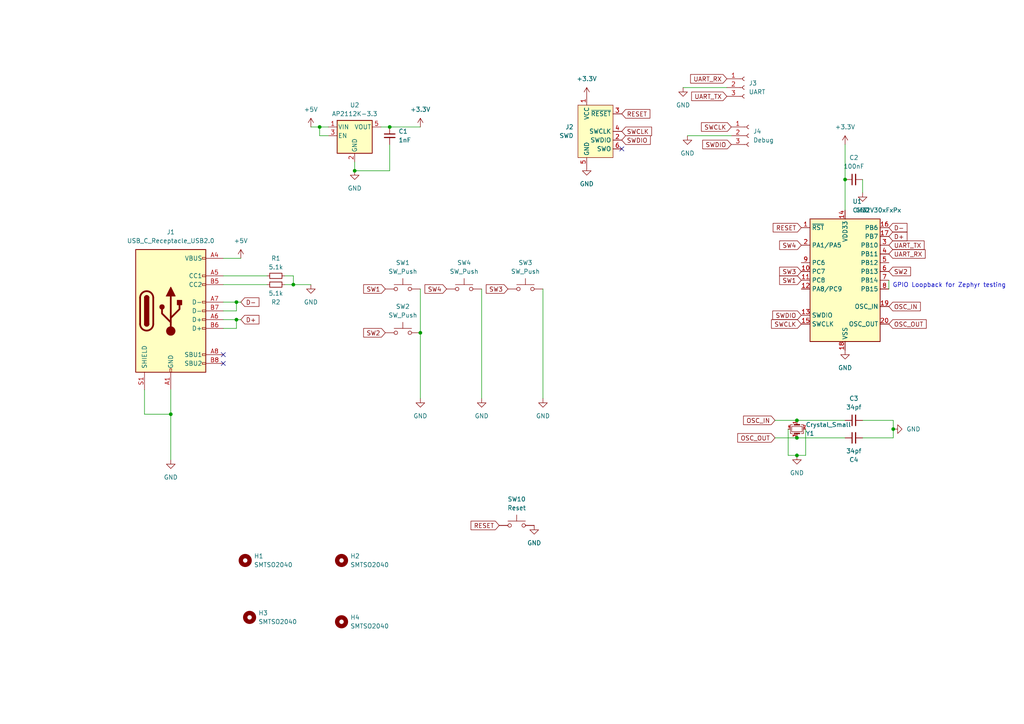
<source format=kicad_sch>
(kicad_sch (version 20250114) (generator "eeschema") (generator_version "9.0")
  (paper "A4")
  (lib_symbols
    (symbol "Connector:Conn_01x03_Socket" (pin_names (offset 1.016) (hide yes))
      (property "Reference" "J" (at 0 5.08 0))
      (property "Value" "Conn_01x03_Socket" (at 0 -5.08 0))
      (symbol "Conn_01x03_Socket_1_1"
        (polyline (pts (xy -1.27 2.54) (xy -0.508 2.54)) (stroke (width 0.1524)))
        (polyline (pts (xy -1.27 0) (xy -0.508 0)) (stroke (width 0.1524)))
        (polyline (pts (xy -1.27 -2.54) (xy -0.508 -2.54)) (stroke (width 0.1524)))
        (arc (start 0 2.032) (mid -0.5058 2.54) (end 0 3.048) (stroke (width 0.1524)))
        (arc (start 0 -0.508) (mid -0.5058 0) (end 0 0.508) (stroke (width 0.1524)))
        (arc (start 0 -3.048) (mid -0.5058 -2.54) (end 0 -2.032) (stroke (width 0.1524)))
        (pin passive line (at -5.08 2.54 0) (length 3.81) (name "Pin_1") (number "1"))
        (pin passive line (at -5.08 0 0) (length 3.81) (name "Pin_2") (number "2"))
        (pin passive line (at -5.08 -2.54 0) (length 3.81) (name "Pin_3") (number "3"))
      )
    )
    (symbol "Connector:Conn_ARM_SWD_TagConnect_TC2030-NL" (in_bom no)
      (property "Reference" "J" (at 2.54 11.43 0))
      (property "Value" "Conn_ARM_SWD_TagConnect_TC2030-NL" (at 2.54 8.89 0))
      (symbol "Conn_ARM_SWD_TagConnect_TC2030-NL_0_0"
        (pin power_in line (at -2.54 10.16 270) (length 2.54) (name "VCC") (number "1"))
        (pin power_in line (at -2.54 -10.16 90) (length 2.54) (name "GND") (number "5"))
        (pin open_collector line (at 7.62 5.08 180) (length 2.54) (name "~{RESET}") (number "3"))
        (pin output line (at 7.62 0 180) (length 2.54) (name "SWCLK") (number "4"))
        (pin bidirectional line (at 7.62 -2.54 180) (length 2.54) (name "SWDIO") (number "2"))
        (pin input line (at 7.62 -5.08 180) (length 2.54) (name "SWO") (number "6"))
      )
      (symbol "Conn_ARM_SWD_TagConnect_TC2030-NL_0_1"
        (rectangle (start -5.08 7.62) (end 5.08 -7.62) (fill (type background)))
      )
    )
    (symbol "Connector:USB_C_Receptacle_USB2.0" (pin_names (offset 1.016))
      (property "Reference" "J" (at -10.16 19.05 0))
      (property "Value" "USB_C_Receptacle_USB2.0" (at 19.05 19.05 0))
      (symbol "USB_C_Receptacle_USB2.0_0_0"
        (rectangle (start -0.254 -17.78) (end 0.254 -16.764))
        (rectangle (start 10.16 15.494) (end 9.144 14.986))
        (rectangle (start 10.16 10.414) (end 9.144 9.906))
        (rectangle (start 10.16 7.874) (end 9.144 7.366))
        (rectangle (start 10.16 2.794) (end 9.144 2.286))
        (rectangle (start 10.16 0.254) (end 9.144 -0.254))
        (rectangle (start 10.16 -2.286) (end 9.144 -2.794))
        (rectangle (start 10.16 -4.826) (end 9.144 -5.334))
        (rectangle (start 10.16 -12.446) (end 9.144 -12.954))
        (rectangle (start 10.16 -14.986) (end 9.144 -15.494))
      )
      (symbol "USB_C_Receptacle_USB2.0_0_1"
        (rectangle (start -10.16 17.78) (end 10.16 -17.78) (stroke (width 0.254)) (fill (type background)))
        (polyline (pts (xy -8.89 -3.81) (xy -8.89 3.81)) (stroke (width 0.508)))
        (rectangle (start -7.62 -3.81) (end -6.35 3.81) (stroke (width 0.254)) (fill (type outline)))
        (arc (start -7.62 3.81) (mid -6.985 4.4423) (end -6.35 3.81) (stroke (width 0.254)))
        (arc (start -7.62 3.81) (mid -6.985 4.4423) (end -6.35 3.81) (stroke (width 0.254)) (fill (type outline)))
        (arc (start -8.89 3.81) (mid -6.985 5.7067) (end -5.08 3.81) (stroke (width 0.508)))
        (arc (start -5.08 -3.81) (mid -6.985 -5.7067) (end -8.89 -3.81) (stroke (width 0.508)))
        (arc (start -6.35 -3.81) (mid -6.985 -4.4423) (end -7.62 -3.81) (stroke (width 0.254)))
        (arc (start -6.35 -3.81) (mid -6.985 -4.4423) (end -7.62 -3.81) (stroke (width 0.254)) (fill (type outline)))
        (polyline (pts (xy -5.08 3.81) (xy -5.08 -3.81)) (stroke (width 0.508)))
        (circle (center -2.54 1.143) (radius 0.635) (stroke (width 0.254)) (fill (type outline)))
        (polyline (pts (xy -1.27 4.318) (xy 0 6.858) (xy 1.27 4.318) (xy -1.27 4.318)) (stroke (width 0.254)) (fill (type outline)))
        (polyline (pts (xy 0 -2.032) (xy 2.54 0.508) (xy 2.54 1.778)) (stroke (width 0.508)))
        (polyline (pts (xy 0 -3.302) (xy -2.54 -0.762) (xy -2.54 0.508)) (stroke (width 0.508)))
        (polyline (pts (xy 0 -5.842) (xy 0 4.318)) (stroke (width 0.508)))
        (circle (center 0 -5.842) (radius 1.27) (fill (type outline)))
        (rectangle (start 1.905 1.778) (end 3.175 3.048) (stroke (width 0.254)) (fill (type outline)))
      )
      (symbol "USB_C_Receptacle_USB2.0_1_1"
        (pin passive line (at -7.62 -22.86 90) (length 5.08) (name "SHIELD") (number "S1"))
        (pin passive line (at 0 -22.86 90) (length 5.08) (name "GND") (number "A1"))
        (pin passive line (at 0 -22.86 90) (length 5.08) (hide yes) (name "GND") (number "A12"))
        (pin passive line (at 0 -22.86 90) (length 5.08) (hide yes) (name "GND") (number "B1"))
        (pin passive line (at 0 -22.86 90) (length 5.08) (hide yes) (name "GND") (number "B12"))
        (pin passive line (at 15.24 15.24 180) (length 5.08) (name "VBUS") (number "A4"))
        (pin passive line (at 15.24 15.24 180) (length 5.08) (hide yes) (name "VBUS") (number "A9"))
        (pin passive line (at 15.24 15.24 180) (length 5.08) (hide yes) (name "VBUS") (number "B4"))
        (pin passive line (at 15.24 15.24 180) (length 5.08) (hide yes) (name "VBUS") (number "B9"))
        (pin bidirectional line (at 15.24 10.16 180) (length 5.08) (name "CC1") (number "A5"))
        (pin bidirectional line (at 15.24 7.62 180) (length 5.08) (name "CC2") (number "B5"))
        (pin bidirectional line (at 15.24 2.54 180) (length 5.08) (name "D-") (number "A7"))
        (pin bidirectional line (at 15.24 0 180) (length 5.08) (name "D-") (number "B7"))
        (pin bidirectional line (at 15.24 -2.54 180) (length 5.08) (name "D+") (number "A6"))
        (pin bidirectional line (at 15.24 -5.08 180) (length 5.08) (name "D+") (number "B6"))
        (pin bidirectional line (at 15.24 -12.7 180) (length 5.08) (name "SBU1") (number "A8"))
        (pin bidirectional line (at 15.24 -15.24 180) (length 5.08) (name "SBU2") (number "B8"))
      )
    )
    (symbol "Device:C_Small" (pin_numbers (hide yes)) (pin_names (offset 0.254) (hide yes))
      (property "Reference" "C" (at 0.254 1.778 0))
      (property "Value" "C_Small" (at 0.254 -2.032 0))
      (symbol "C_Small_0_1"
        (polyline (pts (xy -1.524 0.508) (xy 1.524 0.508)) (stroke (width 0.3048)))
        (polyline (pts (xy -1.524 -0.508) (xy 1.524 -0.508)) (stroke (width 0.3302)))
      )
      (symbol "C_Small_1_1"
        (pin passive line (at 0 2.54 270) (length 2.032) (name "~") (number "1"))
        (pin passive line (at 0 -2.54 90) (length 2.032) (name "~") (number "2"))
      )
    )
    (symbol "Device:Crystal_GND24_Small" (pin_names (offset 1.016) (hide yes))
      (property "Reference" "Y" (at 1.27 4.445 0))
      (property "Value" "Crystal_GND24_Small" (at 1.27 2.54 0))
      (symbol "Crystal_GND24_Small_0_1"
        (polyline (pts (xy -1.27 1.27) (xy -1.27 1.905) (xy 1.27 1.905) (xy 1.27 1.27)))
        (polyline (pts (xy -1.27 -0.762) (xy -1.27 0.762)) (stroke (width 0.381)))
        (polyline (pts (xy -1.27 -1.27) (xy -1.27 -1.905) (xy 1.27 -1.905) (xy 1.27 -1.27)))
        (rectangle (start -0.762 -1.524) (end 0.762 1.524))
        (polyline (pts (xy 1.27 -0.762) (xy 1.27 0.762)) (stroke (width 0.381)))
      )
      (symbol "Crystal_GND24_Small_1_1"
        (pin passive line (at -2.54 0 0) (length 1.27) (name "1") (number "1"))
        (pin passive line (at 0 2.54 270) (length 0.635) (name "4") (number "4"))
        (pin passive line (at 0 -2.54 90) (length 0.635) (name "2") (number "2"))
        (pin passive line (at 2.54 0 180) (length 1.27) (name "3") (number "3"))
      )
    )
    (symbol "Device:R_Small" (pin_numbers (hide yes)) (pin_names (offset 0.254) (hide yes))
      (property "Reference" "R" (at 0.762 0.508 0))
      (property "Value" "R_Small" (at 0.762 -1.016 0))
      (symbol "R_Small_0_1"
        (rectangle (start -0.762 1.778) (end 0.762 -1.778) (stroke (width 0.2032)))
      )
      (symbol "R_Small_1_1"
        (pin passive line (at 0 2.54 270) (length 0.762) (name "~") (number "1"))
        (pin passive line (at 0 -2.54 90) (length 0.762) (name "~") (number "2"))
      )
    )
    (symbol "GND_1" (power) (pin_numbers (hide yes)) (pin_names (offset 0) (hide yes))
      (property "Value" "GND" (at 0 -3.81 0))
      (symbol "GND_1_0_1"
        (polyline (pts (xy 0 0) (xy 0 -1.27) (xy 1.27 -1.27) (xy 0 -2.54) (xy -1.27 -1.27) (xy 0 -1.27)))
      )
      (symbol "GND_1_1_1"
        (pin power_in line (at 0 0 270) (length 0) (name "~") (number "1"))
      )
    )
    (symbol "GND_2" (power) (pin_numbers (hide yes)) (pin_names (offset 0) (hide yes))
      (property "Value" "GND" (at 0 -3.81 0))
      (symbol "GND_2_0_1"
        (polyline (pts (xy 0 0) (xy 0 -1.27) (xy 1.27 -1.27) (xy 0 -2.54) (xy -1.27 -1.27) (xy 0 -1.27)))
      )
      (symbol "GND_2_1_1"
        (pin power_in line (at 0 0 270) (length 0) (name "~") (number "1"))
      )
    )
    (symbol "MCU_WCH_CH32V3:CH32V30xFxPx"
      (property "Reference" "U" (at -10.16 20.32 0))
      (property "Value" "CH32V30xFxPx" (at 2.54 20.32 0))
      (symbol "CH32V30xFxPx_1_1"
        (rectangle (start -10.16 17.78) (end 10.16 -17.78) (stroke (width 0.254)) (fill (type background)))
        (pin input line (at -12.7 15.24 0) (length 2.54) (name "~{RST}") (number "1"))
        (pin bidirectional line (at -12.7 10.16 0) (length 2.54) (name "PA1/PA5") (number "2"))
        (pin bidirectional line (at -12.7 5.08 0) (length 2.54) (name "PC6") (number "9"))
        (pin bidirectional line (at -12.7 2.54 0) (length 2.54) (name "PC7") (number "10"))
        (pin bidirectional line (at -12.7 0 0) (length 2.54) (name "PC8") (number "11"))
        (pin bidirectional line (at -12.7 -2.54 0) (length 2.54) (name "PA8/PC9") (number "12"))
        (pin bidirectional line (at -12.7 -10.16 0) (length 2.54) (name "SWDIO") (number "13"))
        (pin bidirectional line (at -12.7 -12.7 0) (length 2.54) (name "SWCLK") (number "15"))
        (pin power_in line (at 0 20.32 270) (length 2.54) (name "VDD33") (number "14"))
        (pin power_in line (at 0 -20.32 90) (length 2.54) (name "VSS") (number "18"))
        (pin bidirectional line (at 12.7 15.24 180) (length 2.54) (name "PB6") (number "16"))
        (pin bidirectional line (at 12.7 12.7 180) (length 2.54) (name "PB7") (number "17"))
        (pin bidirectional line (at 12.7 10.16 180) (length 2.54) (name "PB10") (number "3"))
        (pin bidirectional line (at 12.7 7.62 180) (length 2.54) (name "PB11") (number "4"))
        (pin bidirectional line (at 12.7 5.08 180) (length 2.54) (name "PB12") (number "5"))
        (pin bidirectional line (at 12.7 2.54 180) (length 2.54) (name "PB13") (number "6"))
        (pin bidirectional line (at 12.7 0 180) (length 2.54) (name "PB14") (number "7"))
        (pin bidirectional line (at 12.7 -2.54 180) (length 2.54) (name "PB15") (number "8"))
        (pin bidirectional line (at 12.7 -7.62 180) (length 2.54) (name "OSC_IN") (number "19"))
        (pin bidirectional line (at 12.7 -12.7 180) (length 2.54) (name "OSC_OUT") (number "20"))
      )
    )
    (symbol "Mechanical:MountingHole" (pin_names (offset 1.016))
      (property "Reference" "H" (at 0 5.08 0))
      (property "Value" "MountingHole" (at 0 3.175 0))
      (symbol "MountingHole_0_1"
        (circle (center 0 0) (radius 1.27) (stroke (width 1.27)))
      )
    )
    (symbol "Regulator_Linear:AP2112K-3.3" (pin_names (offset 0.254))
      (property "Reference" "U" (at -5.08 5.715 0))
      (property "Value" "AP2112K-3.3" (at 0 5.715 0))
      (symbol "AP2112K-3.3_0_1"
        (rectangle (start -5.08 4.445) (end 5.08 -5.08) (stroke (width 0.254)) (fill (type background)))
      )
      (symbol "AP2112K-3.3_1_1"
        (pin power_in line (at -7.62 2.54 0) (length 2.54) (name "VIN") (number "1"))
        (pin input line (at -7.62 0 0) (length 2.54) (name "EN") (number "3"))
        (pin power_in line (at 0 -7.62 90) (length 2.54) (name "GND") (number "2"))
        (pin no_connect line (at 5.08 0 180) (length 2.54) (hide yes) (name "NC") (number "4"))
        (pin power_out line (at 7.62 2.54 180) (length 2.54) (name "VOUT") (number "5"))
      )
    )
    (symbol "Switch:SW_Push" (pin_numbers (hide yes)) (pin_names (offset 1.016) (hide yes))
      (property "Reference" "SW" (at 1.27 2.54 0))
      (property "Value" "SW_Push" (at 0 -1.524 0))
      (symbol "SW_Push_0_1"
        (circle (center -2.032 0) (radius 0.508))
        (polyline (pts (xy 0 1.27) (xy 0 3.048)))
        (circle (center 2.032 0) (radius 0.508))
        (polyline (pts (xy 2.54 1.27) (xy -2.54 1.27)))
        (pin passive line (at -5.08 0 0) (length 2.54) (name "1") (number "1"))
        (pin passive line (at 5.08 0 180) (length 2.54) (name "2") (number "2"))
      )
    )
    (symbol "power:+3.3V" (power) (pin_names (offset 0))
      (property "Value" "+3.3V" (at 0 3.556 0))
      (symbol "+3.3V_0_1"
        (polyline (pts (xy -0.762 1.27) (xy 0 2.54)))
        (polyline (pts (xy 0 2.54) (xy 0.762 1.27)))
        (polyline (pts (xy 0 0) (xy 0 2.54)))
      )
      (symbol "+3.3V_1_1"
        (pin power_in line (at 0 0 90) (length 0) (hide yes) (name "+3.3V") (number "1"))
      )
    )
    (symbol "power:+5V" (power) (pin_names (offset 0))
      (property "Value" "+5V" (at 0 3.556 0))
      (symbol "+5V_0_1"
        (polyline (pts (xy -0.762 1.27) (xy 0 2.54)))
        (polyline (pts (xy 0 2.54) (xy 0.762 1.27)))
        (polyline (pts (xy 0 0) (xy 0 2.54)))
      )
      (symbol "+5V_1_1"
        (pin power_in line (at 0 0 90) (length 0) (hide yes) (name "+5V") (number "1"))
      )
    )
    (symbol "power:GND" (power) (pin_names (offset 0))
      (property "Value" "GND" (at 0 -3.81 0))
      (symbol "GND_0_1"
        (polyline (pts (xy 0 0) (xy 0 -1.27) (xy 1.27 -1.27) (xy 0 -2.54) (xy -1.27 -1.27) (xy 0 -1.27)))
      )
      (symbol "GND_1_1"
        (pin power_in line (at 0 0 270) (length 0) (hide yes) (name "GND") (number "1"))
      )
    )
  )
  (text "GPIO Loopback for Zephyr testing" (at 275.336 82.804 0) (effects (font (size 1.27 1.27))))
  (junction (at 231.14 121.92))
  (junction (at 92.71 36.83))
  (junction (at 259.08 124.46))
  (junction (at 113.03 36.83))
  (junction (at 245.11 52.07))
  (junction (at 121.92 96.52))
  (junction (at 68.58 87.63))
  (junction (at 68.58 92.71))
  (junction (at 231.14 127))
  (junction (at 85.09 82.55))
  (junction (at 231.14 132.08))
  (junction (at 102.87 49.53))
  (junction (at 49.53 120.142))
  (no_connect (at 64.77 102.87))
  (no_connect (at 180.34 43.18))
  (no_connect (at 64.77 105.41))
  (wire (pts (xy 113.03 49.53) (xy 113.03 41.91)))
  (wire (pts (xy 231.14 121.92) (xy 245.11 121.92)))
  (wire (pts (xy 224.79 121.92) (xy 231.14 121.92)))
  (wire (pts (xy 64.77 80.01) (xy 77.47 80.01)))
  (wire (pts (xy 68.58 87.63) (xy 69.85 87.63)))
  (wire (pts (xy 49.53 113.03) (xy 49.53 120.142)))
  (wire (pts (xy 245.11 41.91) (xy 245.11 52.07)))
  (wire (pts (xy 139.7 83.82) (xy 139.7 115.57)))
  (wire (pts (xy 49.53 120.142) (xy 49.53 133.35)))
  (wire (pts (xy 113.03 36.83) (xy 121.92 36.83)))
  (wire (pts (xy 85.09 82.55) (xy 90.17 82.55)))
  (wire (pts (xy 92.71 36.83) (xy 95.25 36.83)))
  (wire (pts (xy 64.77 92.71) (xy 68.58 92.71)))
  (wire (pts (xy 250.19 121.92) (xy 259.08 121.92)))
  (wire (pts (xy 92.71 39.37) (xy 92.71 36.83)))
  (wire (pts (xy 64.77 87.63) (xy 68.58 87.63)))
  (wire (pts (xy 64.77 82.55) (xy 77.47 82.55)))
  (wire (pts (xy 82.55 80.01) (xy 85.09 80.01)))
  (wire (pts (xy 224.79 127) (xy 231.14 127)))
  (wire (pts (xy 250.19 52.07) (xy 250.19 55.88)))
  (wire (pts (xy 41.91 113.03) (xy 41.91 120.142)))
  (wire (pts (xy 121.92 83.82) (xy 121.92 96.52)))
  (wire (pts (xy 199.39 39.37) (xy 212.09 39.37)))
  (wire (pts (xy 157.48 83.82) (xy 157.48 115.57)))
  (wire (pts (xy 110.49 36.83) (xy 113.03 36.83)))
  (wire (pts (xy 64.77 90.17) (xy 68.58 90.17)))
  (wire (pts (xy 90.17 36.83) (xy 92.71 36.83)))
  (wire (pts (xy 259.08 124.46) (xy 259.08 127)))
  (wire (pts (xy 257.81 81.28) (xy 257.81 83.82)))
  (wire (pts (xy 64.77 95.25) (xy 68.58 95.25)))
  (wire (pts (xy 228.6 132.08) (xy 231.14 132.08)))
  (wire (pts (xy 259.08 121.92) (xy 259.08 124.46)))
  (wire (pts (xy 64.77 74.93) (xy 69.85 74.93)))
  (wire (pts (xy 233.68 132.08) (xy 231.14 132.08)))
  (wire (pts (xy 250.19 127) (xy 259.08 127)))
  (wire (pts (xy 245.11 52.07) (xy 245.11 60.96)))
  (wire (pts (xy 121.92 96.52) (xy 121.92 115.57)))
  (wire (pts (xy 85.09 80.01) (xy 85.09 82.55)))
  (wire (pts (xy 102.87 46.99) (xy 102.87 49.53)))
  (wire (pts (xy 198.12 25.4) (xy 210.82 25.4)))
  (wire (pts (xy 233.68 124.46) (xy 233.68 132.08)))
  (wire (pts (xy 228.6 124.46) (xy 228.6 132.08)))
  (wire (pts (xy 82.55 82.55) (xy 85.09 82.55)))
  (wire (pts (xy 231.14 127) (xy 245.11 127)))
  (wire (pts (xy 41.91 120.142) (xy 49.53 120.142)))
  (wire (pts (xy 68.58 95.25) (xy 68.58 92.71)))
  (wire (pts (xy 95.25 39.37) (xy 92.71 39.37)))
  (wire (pts (xy 68.58 92.71) (xy 69.85 92.71)))
  (wire (pts (xy 102.87 49.53) (xy 113.03 49.53)))
  (wire (pts (xy 68.58 90.17) (xy 68.58 87.63)))
  (global_label "SW3" (shape input) (at 232.41 78.74 180) (property "Intersheetrefs" "${INTERSHEET_REFS}" (effects (hide yes))))
  (global_label "SW1" (shape input) (at 111.76 83.82 180) (property "Intersheetrefs" "${INTERSHEET_REFS}" (effects (hide yes))))
  (global_label "D+" (shape input) (at 69.85 92.71 0) (property "Intersheetrefs" "${INTERSHEET_REFS}" (effects (hide yes))))
  (global_label "RESET" (shape input) (at 180.34 33.02 0) (property "Intersheetrefs" "${INTERSHEET_REFS}" (effects (hide yes))))
  (global_label "SWDIO" (shape input) (at 180.34 40.64 0) (property "Intersheetrefs" "${INTERSHEET_REFS}" (effects (hide yes))))
  (global_label "SWCLK" (shape input) (at 212.09 36.83 180) (property "Intersheetrefs" "${INTERSHEET_REFS}" (effects (hide yes))))
  (global_label "D-" (shape input) (at 257.81 66.04 0) (property "Intersheetrefs" "${INTERSHEET_REFS}" (effects (hide yes))))
  (global_label "SW2" (shape input) (at 111.76 96.52 180) (property "Intersheetrefs" "${INTERSHEET_REFS}" (effects (hide yes))))
  (global_label "SWCLK" (shape input) (at 180.34 38.1 0) (property "Intersheetrefs" "${INTERSHEET_REFS}" (effects (hide yes))))
  (global_label "UART_RX" (shape input) (at 210.82 22.86 180) (property "Intersheetrefs" "${INTERSHEET_REFS}" (effects (hide yes))))
  (global_label "RESET" (shape input) (at 232.41 66.04 180) (property "Intersheetrefs" "${INTERSHEET_REFS}" (effects (hide yes))))
  (global_label "SW3" (shape input) (at 147.32 83.82 180) (property "Intersheetrefs" "${INTERSHEET_REFS}" (effects (hide yes))))
  (global_label "UART_TX" (shape input) (at 210.82 27.94 180) (property "Intersheetrefs" "${INTERSHEET_REFS}" (effects (hide yes))))
  (global_label "SWDIO" (shape input) (at 212.09 41.91 180) (property "Intersheetrefs" "${INTERSHEET_REFS}" (effects (hide yes))))
  (global_label "SWDIO" (shape input) (at 232.41 91.44 180) (property "Intersheetrefs" "${INTERSHEET_REFS}" (effects (hide yes))))
  (global_label "SW1" (shape input) (at 232.41 81.28 180) (property "Intersheetrefs" "${INTERSHEET_REFS}" (effects (hide yes))))
  (global_label "UART_TX" (shape input) (at 257.81 71.12 0) (property "Intersheetrefs" "${INTERSHEET_REFS}" (effects (hide yes))))
  (global_label "UART_RX" (shape input) (at 257.81 73.66 0) (property "Intersheetrefs" "${INTERSHEET_REFS}" (effects (hide yes))))
  (global_label "OSC_OUT" (shape input) (at 257.81 93.98 0) (property "Intersheetrefs" "${INTERSHEET_REFS}" (effects (hide yes))))
  (global_label "SW4" (shape input) (at 232.41 71.12 180) (property "Intersheetrefs" "${INTERSHEET_REFS}" (effects (hide yes))))
  (global_label "D+" (shape input) (at 257.81 68.58 0) (property "Intersheetrefs" "${INTERSHEET_REFS}" (effects (hide yes))))
  (global_label "OSC_OUT" (shape input) (at 224.79 127 180) (property "Intersheetrefs" "${INTERSHEET_REFS}" (effects (hide yes))))
  (global_label "OSC_IN" (shape input) (at 257.81 88.9 0) (property "Intersheetrefs" "${INTERSHEET_REFS}" (effects (hide yes))))
  (global_label "RESET" (shape input) (at 144.78 152.4 180) (property "Intersheetrefs" "${INTERSHEET_REFS}" (effects (hide yes))))
  (global_label "SW4" (shape input) (at 129.54 83.82 180) (property "Intersheetrefs" "${INTERSHEET_REFS}" (effects (hide yes))))
  (global_label "SW2" (shape input) (at 257.81 78.74 0) (property "Intersheetrefs" "${INTERSHEET_REFS}" (effects (hide yes))))
  (global_label "OSC_IN" (shape input) (at 224.79 121.92 180) (property "Intersheetrefs" "${INTERSHEET_REFS}" (effects (hide yes))))
  (global_label "SWCLK" (shape input) (at 232.41 93.98 180) (property "Intersheetrefs" "${INTERSHEET_REFS}" (effects (hide yes))))
  (global_label "D-" (shape input) (at 69.85 87.63 0) (property "Intersheetrefs" "${INTERSHEET_REFS}" (effects (hide yes))))
  (symbol (lib_id "Device:C_Small") (at 247.65 127 90) (mirror x) (unit 1)
    (property "Reference" "C4" (at 247.6563 133.35 90))
    (property "Value" "34pf" (at 247.6563 130.81 90))
    (property "Footprint" "Capacitor_SMD:C_0805_2012Metric_Pad1.18x1.45mm_HandSolder" (effects (hide yes)))
    (property "Description" "Unpolarized capacitor, small symbol" (effects (hide yes)))
    (property "LCSC Part Number" "C5186910" (effects (hide yes)))
  )
  (symbol (lib_id "Regulator_Linear:AP2112K-3.3") (at 102.87 39.37 0) (unit 1)
    (property "Reference" "U2" (at 102.87 30.48 0))
    (property "Value" "AP2112K-3.3" (at 102.87 33.02 0))
    (property "Footprint" "Package_TO_SOT_SMD:SOT-23-5" (effects (hide yes)))
    (property "Datasheet" "https://www.diodes.com/assets/Datasheets/AP2112.pdf" (effects (hide yes)))
    (property "LCSC Part Number" "C3021085" (effects (hide yes)))
    (property "MPN" "AP2112K-3.3" (effects (hide yes)))
  )
  (symbol (lib_name "GND_1") (lib_id "power:GND") (at 259.08 124.46 90) (unit 1)
    (property "Reference" "#PWR018" (effects (hide yes)))
    (property "Value" "GND" (at 262.89 124.4599 90) (effects (justify right)))
    (property "Description" "Power symbol creates a global label with name \"GND\" , ground" (effects (hide yes)))
  )
  (symbol (lib_id "power:GND") (at 121.92 115.57 0) (unit 1)
    (property "Reference" "#PWR016" (effects (hide yes)))
    (property "Value" "GND" (at 121.92 120.65 0))
  )
  (symbol (lib_id "power:GND") (at 170.18 48.26 0) (unit 1)
    (property "Reference" "#PWR012" (effects (hide yes)))
    (property "Value" "GND" (at 170.18 53.34 0))
  )
  (symbol (lib_id "Mechanical:MountingHole") (at 71.12 162.56 0) (unit 1)
    (property "Reference" "H1" (at 73.66 161.29 0) (effects (justify left)))
    (property "Value" "SMTSO2040" (at 73.66 163.83 0) (effects (justify left)))
    (property "Footprint" "wch32v305pad:MountingHole_M2_Pad_NonPTH_TopOnly" (effects (hide yes)))
    (property "LCSC Part Number" "C2916349" (effects (hide yes)))
  )
  (symbol (lib_id "power:GND") (at 102.87 49.53 0) (unit 1)
    (property "Reference" "#PWR06" (effects (hide yes)))
    (property "Value" "GND" (at 102.87 54.61 0))
  )
  (symbol (lib_id "Switch:SW_Push") (at 116.84 83.82 0) (unit 1) (in_bom no)
    (property "Reference" "SW1" (at 116.84 76.2 0))
    (property "Value" "SW_Push" (at 116.84 78.74 0))
    (property "Footprint" "PCM_marbastlib-mx:SW_MX_1u" (effects (hide yes)))
  )
  (symbol (lib_id "power:+3.3V") (at 245.11 41.91 0) (unit 1)
    (property "Reference" "#PWR01" (effects (hide yes)))
    (property "Value" "+3.3V" (at 245.11 36.83 0))
  )
  (symbol (lib_id "power:GND") (at 154.94 152.4 0) (unit 1)
    (property "Reference" "#PWR017" (effects (hide yes)))
    (property "Value" "GND" (at 154.94 157.48 0))
  )
  (symbol (lib_id "Switch:SW_Push") (at 134.62 83.82 0) (mirror y) (unit 1) (in_bom no)
    (property "Reference" "SW4" (at 134.62 76.2 0))
    (property "Value" "SW_Push" (at 134.62 78.74 0))
    (property "Footprint" "PCM_marbastlib-mx:SW_MX_1u" (effects (hide yes)))
  )
  (symbol (lib_id "Device:Crystal_GND24_Small") (at 231.14 124.46 90) (mirror x) (unit 1)
    (property "Reference" "Y1" (at 233.68 125.7301 90) (effects (justify right)))
    (property "Value" "Crystal_Small" (at 233.68 123.1901 90) (effects (justify right)))
    (property "Footprint" "Crystal:Crystal_SMD_3225-4Pin_3.2x2.5mm_HandSoldering" (effects (hide yes)))
    (property "Description" "Four pin crystal, GND on pins 2 and 4, small symbol" (effects (hide yes)))
    (property "LCSC Part Number" "C7464894" (effects (hide yes)))
  )
  (symbol (lib_id "MCU_WCH_CH32V3:CH32V30xFxPx") (at 245.11 81.28 0) (unit 1)
    (property "Reference" "U1" (at 247.2533 58.42 0) (effects (justify left)))
    (property "Value" "CH32V30xFxPx" (at 247.2533 60.96 0) (effects (justify left)))
    (property "Footprint" "Package_SO:TSSOP-20_4.4x6.5mm_P0.65mm" (effects (hide yes)))
    (property "Datasheet" "http://www.wch-ic.com/products/CH32V307.html?" (effects (hide yes)))
    (property "Description" "The CH32V303/5/7 is an connectivity MCUs based on 32-bit RISC-V core." (effects (hide yes)))
    (property "LCSC Part Number" "C5123443" (effects (hide yes)))
  )
  (symbol (lib_id "power:GND") (at 139.7 115.57 0) (unit 1)
    (property "Reference" "#PWR015" (effects (hide yes)))
    (property "Value" "GND" (at 139.7 120.65 0))
  )
  (symbol (lib_id "Connector:USB_C_Receptacle_USB2.0") (at 49.53 90.17 0) (unit 1)
    (property "Reference" "J1" (at 49.53 67.31 0))
    (property "Value" "USB_C_Receptacle_USB2.0" (at 49.53 69.85 0))
    (property "Footprint" "wch32v305pad:USB_C_Receptacle_GT-USB-7010" (effects (hide yes)))
    (property "Datasheet" "https://www.usb.org/sites/default/files/documents/usb_type-c.zip" (effects (hide yes)))
    (property "LCSC Part Number" "C3001293" (effects (hide yes)))
  )
  (symbol (lib_id "Mechanical:MountingHole") (at 99.06 162.56 0) (unit 1)
    (property "Reference" "H2" (at 101.6 161.29 0) (effects (justify left)))
    (property "Value" "SMTSO2040" (at 101.6 163.83 0) (effects (justify left)))
    (property "Footprint" "wch32v305pad:MountingHole_M2_Pad_NonPTH_TopOnly" (effects (hide yes)))
    (property "LCSC Part Number" "C2916349" (effects (hide yes)))
  )
  (symbol (lib_id "Mechanical:MountingHole") (at 99.06 180.34 0) (unit 1)
    (property "Reference" "H4" (at 101.6 179.07 0) (effects (justify left)))
    (property "Value" "SMTSO2040" (at 101.6 181.61 0) (effects (justify left)))
    (property "Footprint" "wch32v305pad:MountingHole_M2_Pad_NonPTH_TopOnly" (effects (hide yes)))
    (property "LCSC Part Number" "C2916349" (effects (hide yes)))
  )
  (symbol (lib_id "power:GND") (at 250.19 55.88 0) (unit 1)
    (property "Reference" "#PWR03" (effects (hide yes)))
    (property "Value" "GND" (at 250.19 60.96 0))
  )
  (symbol (lib_id "power:+5V") (at 69.85 74.93 0) (unit 1)
    (property "Reference" "#PWR08" (effects (hide yes)))
    (property "Value" "+5V" (at 69.85 69.85 0))
  )
  (symbol (lib_id "Connector:Conn_ARM_SWD_TagConnect_TC2030-NL") (at 172.72 38.1 0) (unit 1) (in_bom no)
    (property "Reference" "J2" (at 166.37 36.8299 0) (effects (justify right)))
    (property "Value" "SWD" (at 166.37 39.3699 0) (effects (justify right)))
    (property "Footprint" "Connector:Tag-Connect_TC2030-IDC-NL_2x03_P1.27mm_Vertical" (effects (hide yes)))
    (property "Datasheet" "https://www.tag-connect.com/wp-content/uploads/bsk-pdf-manager/TC2030-CTX_1.pdf" (effects (hide yes)))
  )
  (symbol (lib_id "Device:C_Small") (at 247.65 121.92 90) (unit 1)
    (property "Reference" "C3" (at 247.6563 115.57 90))
    (property "Value" "34pf" (at 247.6563 118.11 90))
    (property "Footprint" "Capacitor_SMD:C_0805_2012Metric_Pad1.18x1.45mm_HandSolder" (effects (hide yes)))
    (property "Description" "Unpolarized capacitor, small symbol" (effects (hide yes)))
    (property "LCSC Part Number" "C5186910" (effects (hide yes)))
  )
  (symbol (lib_id "power:GND") (at 245.11 101.6 0) (unit 1)
    (property "Reference" "#PWR04" (effects (hide yes)))
    (property "Value" "GND" (at 245.11 106.68 0))
  )
  (symbol (lib_id "Device:R_Small") (at 80.01 82.55 90) (unit 1)
    (property "Reference" "R2" (at 80.01 87.63 90))
    (property "Value" "5.1k" (at 80.01 85.09 90))
    (property "Footprint" "Resistor_SMD:R_0805_2012Metric" (effects (hide yes)))
    (property "LCSC Part Number" "C27834" (effects (hide yes)))
  )
  (symbol (lib_id "Device:R_Small") (at 80.01 80.01 90) (unit 1)
    (property "Reference" "R1" (at 80.01 74.93 90))
    (property "Value" "5.1k" (at 80.01 77.47 90))
    (property "Footprint" "Resistor_SMD:R_0805_2012Metric" (effects (hide yes)))
    (property "LCSC Part Number" "C27834" (effects (hide yes)))
  )
  (symbol (lib_id "power:GND") (at 157.48 115.57 0) (unit 1)
    (property "Reference" "#PWR014" (effects (hide yes)))
    (property "Value" "GND" (at 157.48 120.65 0))
  )
  (symbol (lib_id "power:GND") (at 199.39 39.37 0) (unit 1)
    (property "Reference" "#PWR013" (effects (hide yes)))
    (property "Value" "GND" (at 199.39 44.45 0))
  )
  (symbol (lib_id "Device:C_Small") (at 247.65 52.07 90) (unit 1)
    (property "Reference" "C2" (at 247.6563 45.72 90))
    (property "Value" "100nF" (at 247.6563 48.26 90))
    (property "Footprint" "Capacitor_SMD:C_0805_2012Metric" (effects (hide yes)))
    (property "LCSC Part Number" "C2169363" (effects (hide yes)))
  )
  (symbol (lib_id "Switch:SW_Push") (at 152.4 83.82 0) (mirror y) (unit 1) (in_bom no)
    (property "Reference" "SW3" (at 152.4 76.2 0))
    (property "Value" "SW_Push" (at 152.4 78.74 0))
    (property "Footprint" "PCM_marbastlib-mx:SW_MX_1u" (effects (hide yes)))
  )
  (symbol (lib_id "power:GND") (at 90.17 82.55 0) (unit 1)
    (property "Reference" "#PWR010" (effects (hide yes)))
    (property "Value" "GND" (at 90.17 87.63 0))
  )
  (symbol (lib_id "power:+5V") (at 90.17 36.83 0) (unit 1)
    (property "Reference" "#PWR07" (effects (hide yes)))
    (property "Value" "+5V" (at 90.17 31.75 0))
  )
  (symbol (lib_id "Device:C_Small") (at 113.03 39.37 0) (unit 1)
    (property "Reference" "C1" (at 115.57 38.1063 0) (effects (justify left)))
    (property "Value" "1nF" (at 115.57 40.6463 0) (effects (justify left)))
    (property "Footprint" "Capacitor_SMD:C_0805_2012Metric" (effects (hide yes)))
    (property "LCSC Part Number" "C129637" (effects (hide yes)))
  )
  (symbol (lib_id "power:GND") (at 198.12 25.4 0) (unit 1)
    (property "Reference" "#PWR02" (effects (hide yes)))
    (property "Value" "GND" (at 198.12 30.48 0))
  )
  (symbol (lib_id "Connector:Conn_01x03_Socket") (at 215.9 25.4 0) (unit 1)
    (property "Reference" "J3" (at 217.17 24.1299 0) (effects (justify left)))
    (property "Value" "UART" (at 217.17 26.6699 0) (effects (justify left)))
    (property "Footprint" "Connector_JST:JST_SH_SM03B-SRSS-TB_1x03-1MP_P1.00mm_Horizontal" (effects (hide yes)))
    (property "Description" "Generic connector, single row, 01x03, script generated" (effects (hide yes)))
    (property "LCSC Part Number" "C160403" (effects (hide yes)))
  )
  (symbol (lib_id "Switch:SW_Push") (at 116.84 96.52 0) (unit 1) (in_bom no)
    (property "Reference" "SW2" (at 116.84 88.9 0))
    (property "Value" "SW_Push" (at 116.84 91.44 0))
    (property "Footprint" "PCM_marbastlib-mx:SW_MX_1u" (effects (hide yes)))
  )
  (symbol (lib_id "power:+3.3V") (at 170.18 27.94 0) (unit 1)
    (property "Reference" "#PWR011" (effects (hide yes)))
    (property "Value" "+3.3V" (at 170.18 22.86 0))
  )
  (symbol (lib_id "Connector:Conn_01x03_Socket") (at 217.17 39.37 0) (unit 1)
    (property "Reference" "J4" (at 218.44 38.0999 0) (effects (justify left)))
    (property "Value" "Debug" (at 218.44 40.6399 0) (effects (justify left)))
    (property "Footprint" "Connector_JST:JST_SH_SM03B-SRSS-TB_1x03-1MP_P1.00mm_Horizontal" (effects (hide yes)))
    (property "Description" "Generic connector, single row, 01x03, script generated" (effects (hide yes)))
    (property "LCSC Part Number" "C160403" (effects (hide yes)))
  )
  (symbol (lib_id "Mechanical:MountingHole") (at 72.39 179.07 0) (unit 1)
    (property "Reference" "H3" (at 74.93 177.8 0) (effects (justify left)))
    (property "Value" "SMTSO2040" (at 74.93 180.34 0) (effects (justify left)))
    (property "Footprint" "wch32v305pad:MountingHole_M2_Pad_NonPTH_TopOnly" (effects (hide yes)))
    (property "LCSC Part Number" "C2916349" (effects (hide yes)))
  )
  (symbol (lib_id "power:GND") (at 49.53 133.35 0) (unit 1)
    (property "Reference" "#PWR09" (effects (hide yes)))
    (property "Value" "GND" (at 49.53 138.43 0))
  )
  (symbol (lib_name "GND_2") (lib_id "power:GND") (at 231.14 132.08 0) (mirror y) (unit 1)
    (property "Reference" "#PWR019" (effects (hide yes)))
    (property "Value" "GND" (at 231.14 137.16 0))
    (property "Description" "Power symbol creates a global label with name \"GND\" , ground" (effects (hide yes)))
  )
  (symbol (lib_id "power:+3.3V") (at 121.92 36.83 0) (unit 1)
    (property "Reference" "#PWR05" (effects (hide yes)))
    (property "Value" "+3.3V" (at 121.92 31.75 0))
  )
  (symbol (lib_id "Switch:SW_Push") (at 149.86 152.4 0) (mirror y) (unit 1)
    (property "Reference" "SW10" (at 149.86 144.78 0))
    (property "Value" "Reset" (at 149.86 147.32 0))
    (property "Footprint" "Button_Switch_SMD:Panasonic_EVQPUL_EVQPUC" (effects (hide yes)))
    (property "LCSC Part Number" "C388858" (effects (hide yes)))
    (property "MPN" "SKQGAKE020" (effects (hide yes)))
  )
)
</source>
